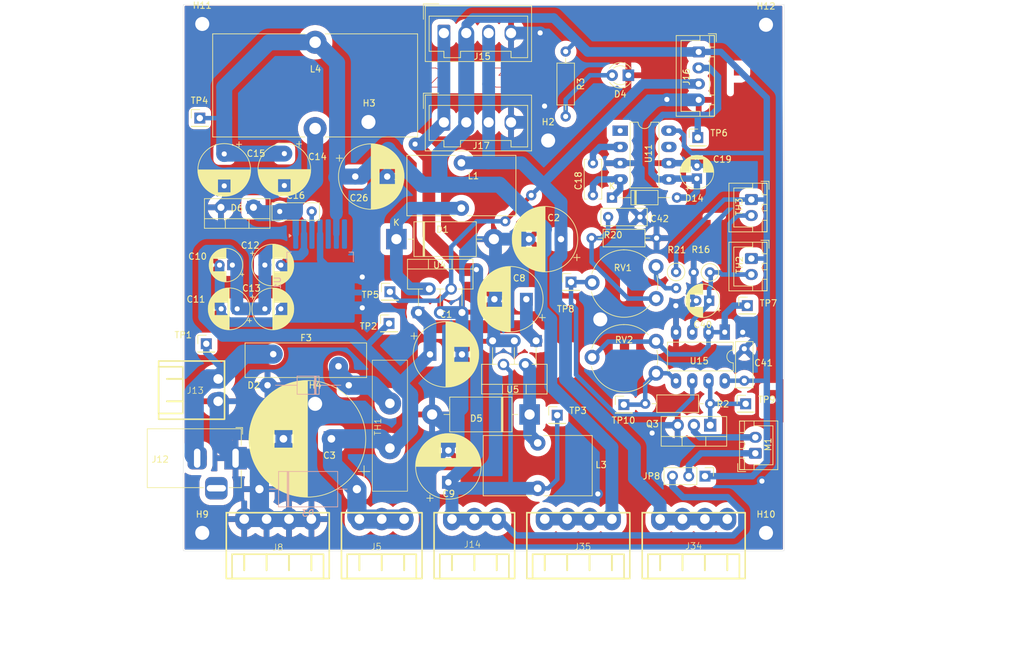
<source format=kicad_pcb>
(kicad_pcb
	(version 20240108)
	(generator "pcbnew")
	(generator_version "8.0")
	(general
		(thickness 1.6)
		(legacy_teardrops no)
	)
	(paper "A4")
	(layers
		(0 "F.Cu" signal)
		(1 "In1.Cu" signal)
		(2 "In2.Cu" signal)
		(31 "B.Cu" signal)
		(32 "B.Adhes" user "B.Adhesive")
		(33 "F.Adhes" user "F.Adhesive")
		(34 "B.Paste" user)
		(35 "F.Paste" user)
		(36 "B.SilkS" user "B.Silkscreen")
		(37 "F.SilkS" user "F.Silkscreen")
		(38 "B.Mask" user)
		(39 "F.Mask" user)
		(40 "Dwgs.User" user "User.Drawings")
		(41 "Cmts.User" user "User.Comments")
		(42 "Eco1.User" user "User.Eco1")
		(43 "Eco2.User" user "User.Eco2")
		(44 "Edge.Cuts" user)
		(45 "Margin" user)
		(46 "B.CrtYd" user "B.Courtyard")
		(47 "F.CrtYd" user "F.Courtyard")
		(48 "B.Fab" user)
		(49 "F.Fab" user)
		(50 "User.1" user)
		(51 "User.2" user)
		(52 "User.3" user)
		(53 "User.4" user)
		(54 "User.5" user)
		(55 "User.6" user)
		(56 "User.7" user)
		(57 "User.8" user)
		(58 "User.9" user)
	)
	(setup
		(stackup
			(layer "F.SilkS"
				(type "Top Silk Screen")
			)
			(layer "F.Paste"
				(type "Top Solder Paste")
			)
			(layer "F.Mask"
				(type "Top Solder Mask")
				(thickness 0.01)
			)
			(layer "F.Cu"
				(type "copper")
				(thickness 0.035)
			)
			(layer "dielectric 1"
				(type "prepreg")
				(thickness 0.1)
				(material "FR4")
				(epsilon_r 4.5)
				(loss_tangent 0.02)
			)
			(layer "In1.Cu"
				(type "copper")
				(thickness 0.035)
			)
			(layer "dielectric 2"
				(type "core")
				(thickness 1.24)
				(material "FR4")
				(epsilon_r 4.5)
				(loss_tangent 0.02)
			)
			(layer "In2.Cu"
				(type "copper")
				(thickness 0.035)
			)
			(layer "dielectric 3"
				(type "prepreg")
				(thickness 0.1)
				(material "FR4")
				(epsilon_r 4.5)
				(loss_tangent 0.02)
			)
			(layer "B.Cu"
				(type "copper")
				(thickness 0.035)
			)
			(layer "B.Mask"
				(type "Bottom Solder Mask")
				(thickness 0.01)
			)
			(layer "B.Paste"
				(type "Bottom Solder Paste")
			)
			(layer "B.SilkS"
				(type "Bottom Silk Screen")
				(color "Red")
			)
			(copper_finish "None")
			(dielectric_constraints no)
		)
		(pad_to_mask_clearance 0)
		(allow_soldermask_bridges_in_footprints no)
		(pcbplotparams
			(layerselection 0x0001000_fffffff9)
			(plot_on_all_layers_selection 0x0000000_00000000)
			(disableapertmacros no)
			(usegerberextensions no)
			(usegerberattributes no)
			(usegerberadvancedattributes yes)
			(creategerberjobfile no)
			(dashed_line_dash_ratio 12.000000)
			(dashed_line_gap_ratio 3.000000)
			(svgprecision 4)
			(plotframeref no)
			(viasonmask no)
			(mode 1)
			(useauxorigin no)
			(hpglpennumber 1)
			(hpglpenspeed 20)
			(hpglpendiameter 15.000000)
			(pdf_front_fp_property_popups yes)
			(pdf_back_fp_property_popups yes)
			(dxfpolygonmode yes)
			(dxfimperialunits yes)
			(dxfusepcbnewfont yes)
			(psnegative no)
			(psa4output no)
			(plotreference no)
			(plotvalue no)
			(plotfptext no)
			(plotinvisibletext no)
			(sketchpadsonfab no)
			(subtractmaskfromsilk no)
			(outputformat 1)
			(mirror no)
			(drillshape 0)
			(scaleselection 1)
			(outputdirectory "export/")
		)
	)
	(net 0 "")
	(net 1 "+5V")
	(net 2 "+24V filtered")
	(net 3 "GND")
	(net 4 "+3V3")
	(net 5 "+12V")
	(net 6 "Net-(D6-K)")
	(net 7 "Net-(U1-BOOT)")
	(net 8 "Net-(U11-CAP+)")
	(net 9 "Net-(D14-K)")
	(net 10 "-5V")
	(net 11 "Net-(D1-K)")
	(net 12 "Net-(D2-K)")
	(net 13 "Net-(D5-K)")
	(net 14 "+BATT")
	(net 15 "unconnected-(U1-EN-Pad7)")
	(net 16 "unconnected-(U1-NC-Pad5)")
	(net 17 "unconnected-(U11-OSC-Pad7)")
	(net 18 "unconnected-(U11-NC-Pad1)")
	(net 19 "Net-(U15A-+)")
	(net 20 "Net-(C42-Pad2)")
	(net 21 "Net-(JP8-C)")
	(net 22 "Net-(M1--)")
	(net 23 "Net-(Q3-G)")
	(net 24 "Net-(U15B-+)")
	(net 25 "Net-(R21-Pad2)")
	(net 26 "Net-(U15B--)")
	(net 27 "Net-(U15A--)")
	(net 28 "Net-(D4-A)")
	(footprint "Capacitor_THT:CP_Radial_D10.0mm_P5.00mm" (layer "F.Cu") (at 129.286 109.061993 90))
	(footprint "Capacitor_THT:CP_Radial_D10.0mm_P5.00mm" (layer "F.Cu") (at 126.410323 89.040962))
	(footprint "Diode_THT:D_DO-201AD_P15.24mm_Horizontal" (layer "F.Cu") (at 141.986 98.438962 180))
	(footprint "Potentiometer_THT:Potentiometer_Piher_PT-10-V10_Vertical" (layer "F.Cu") (at 161.757499 75.306462 180))
	(footprint "Connector_JST:JST_XH_B2B-XH-A_1x02_P2.50mm_Vertical" (layer "F.Cu") (at 177.275 104.514962 90))
	(footprint "Connector_PinHeader_2.54mm:PinHeader_1x01_P2.54mm_Vertical" (layer "F.Cu") (at 90.424 52.07))
	(footprint "Potentiometer_THT:Potentiometer_Piher_PT-10-V10_Vertical" (layer "F.Cu") (at 161.757499 86.990462 180))
	(footprint "Capacitor_THT:C_Disc_D6.0mm_W2.5mm_P5.00mm" (layer "F.Cu") (at 151.892 59.123888 -90))
	(footprint "Package_TO_SOT_THT:TO-220-5_P3.4x3.7mm_StaggerOdd_Lead3.8mm_Vertical" (layer "F.Cu") (at 124.616 82.489962))
	(footprint "Resistor_THT:R_Axial_DIN0207_L6.3mm_D2.5mm_P2.54mm_Vertical" (layer "F.Cu") (at 170.18 76.2 180))
	(footprint "Package_TO_SOT_THT:TO-220-3_Vertical" (layer "F.Cu") (at 170.219499 100.125462 180))
	(footprint "Connector_PinHeader_2.54mm:PinHeader_1x01_P2.54mm_Vertical" (layer "F.Cu") (at 176.022 81.407))
	(footprint "Capacitor_THT:CP_Radial_D6.3mm_P2.50mm" (layer "F.Cu") (at 100.592664 75.064811))
	(footprint "custom-footprints1:MountingHole_2.2mm_NPTH-with-pad" (layer "F.Cu") (at 178.943 37.465))
	(footprint "Package_DIP:DIP-8_W7.62mm_LongPads" (layer "F.Cu") (at 172.495499 85.561462 -90))
	(footprint "Resistor_THT:R_Axial_DIN0207_L6.3mm_D2.5mm_P10.16mm_Horizontal" (layer "F.Cu") (at 147.6248 41.656 -90))
	(footprint "custom-footprints1:MountingHole_2.2mm_NPTH-with-pad" (layer "F.Cu") (at 90.805 116.967))
	(footprint "custom-footprints1:WAGO 734-164 Print-Stiftleiste, Mini, RM 3,5, gewinkelt, 4-polig" (layer "F.Cu") (at 97.366 114.808))
	(footprint "Connector_PinHeader_2.54mm:PinHeader_1x01_P2.54mm_Vertical" (layer "F.Cu") (at 91.44 87.376))
	(footprint "Capacitor_THT:CP_Radial_D18.0mm_P7.50mm"
		(layer "F.Cu")
		(uuid "3e12b180-088b-46cd-b5c6-9617c716b1a6")
		(at 110.998 102.248962 180)
		(descr "CP, Radial series, Radial, pin pitch=7.50mm, , diameter=18mm, Electrolytic Capacitor")
		(tags "CP Radial series Radial pin pitch 7.50mm  diameter 18mm Electrolytic Capacitor")
		(property "Reference" "C3"
			(at 0.3048 -2.602238 0)
			(layer "F.SilkS")
			(uuid "c0dbac4b-d18d-44e0-abe6-6b3f876fe509")
			(effects
				(font
					(size 1 1)
					(thickness 0.15)
				)
			)
		)
		(property "Value" "2200uf"
			(at -0.6096 2.579362 0)
			(layer "F.Fab")
			(uuid "1f7d7bb5-f802-471e-8ae7-4e1a80563b95")
			(effects
				(font
					(size 1 1)
					(thickness 0.15)
				)
			)
		)
		(property "Footprint" "Capacitor_THT:CP_Radial_D18.0mm_P7.50mm"
			(at 0 0 180)
			(unlocked yes)
			(layer "F.Fab")
			(hide yes)
			(uuid "cd037e7c-88f5-4614-9539-47ece2e39e2f")
			(effects
				(font
					(size 1.27 1.27)
					(thickness 0.15)
				)
			)
		)
		(property "Datasheet" "https://www.reichelt.com/be/en/shop/product/elko_2200_f_35_v_105_c-166415"
			(at 0 0 180)
			(unlocked yes)
			(layer "F.Fab")
			(hide yes)
			(uuid "09c9c45c-cd56-4403-bd81-cc88382ef4e9")
			(effects
				(font
					(size 1.27 1.27)
					(thickness 0.15)
				)
			)
		)
		(property "Description" "Polarized capacitor"
			(at 0 0 180)
			(unlocked yes)
			(layer "F.Fab")
			(hide yes)
			(uuid "114210ba-bd57-4105-96f8-5187314aacb0")
			(effects
				(font
					(size 1.27 1.27)
					(thickness 0.15)
				)
			)
		)
		(property ki_fp_filters "CP_*")
		(path "/16680157-dcc5-42d4-8ccc-a59b4c4006fd")
		(sheetname "Root")
		(sheetfile "power-supply-board_v1.0.kicad_sch")
		(attr through_hole)
		(fp_line
			(start 12.87 -0.04)
			(end 12.87 0.04)
			(stroke
				(width 0.12)
				(type solid)
			)
			(layer "F.SilkS")
			(uuid "87732204-ffd3-4010-92fe-e84d597261db")
		)
		(fp_line
			(start 12.83 -0.814)
			(end 12.83 0.814)
			(stroke
				(width 0.12)
				(type solid)
			)
			(layer "F.SilkS")
			(uuid "18f893c9-7fff-4554-a0a6-9513f8452e28")
		)
		(fp_line
			(start 12.79 -1.166)
			(end 12.79 1.166)
			(stroke
				(width 0.12)
				(type solid)
			)
			(layer "F.SilkS")
			(uuid "2b52467b-0cfb-4412-b0ac-068e45849888")
		)
		(fp_line
			(start 12.75 -1.435)
			(end 12.75 1.435)
			(stroke
				(width 0.12)
				(type solid)
			)
			(layer "F.SilkS")
			(uuid "34e20984-e432-4254-860c-82b93de5475e")
		)
		(fp_line
			(start 12.71 -1.661)
			(end 12.71 1.661)
			(stroke
				(width 0.12)
				(type solid)
			)
			(layer "F.SilkS")
			(uuid "9e5473ed-98ba-43aa-9d6a-8eaabc33a9dc")
		)
		(fp_line
			(start 12.67 -1.86)
			(end 12.67 1.86)
			(stroke
				(width 0.12)
				(type solid)
			)
			(layer "F.SilkS")
			(uuid "08c8f39a-99ff-4afd-b845-1d83a6340213")
		)
		(fp_line
			(start 12.63 -2.039)
			(end 12.63 2.039)
			(stroke
				(width 0.12)
				(type solid)
			)
			(layer "F.SilkS")
			(uuid "d5eaf986-9534-4524-ad49-665dbecfec0f")
		)
		(fp_line
			(start 12.59 -2.203)
			(end 12.59 2.203)
			(stroke
				(width 0.12)
				(type solid)
			)
			(layer "F.SilkS")
			(uuid "5cf0b090-f6b4-43c7-a6ce-0f71cd8210ee")
		)
		(fp_line
			(start 12.55 -2.355)
			(end 12.55 2.355)
			(stroke
				(width 0.12)
				(type solid)
			)
			(layer "F.SilkS")
			(uuid "8e66bac3-0b2f-40ec-8c73-97c7d6b2f138")
		)
		(fp_line
			(start 12.51 -2.498)
			(end 12.51 2.498)
			(stroke
				(width 0.12)
				(type solid)
			)
			(layer "F.SilkS")
			(uuid "66bbea31-836a-4c65-9a2d-0d3a29f8dc12")
		)
		(fp_line
			(start 12.47 -2.632)
			(end 12.47 2.632)
			(stroke
				(width 0.12)
				(type solid)
			)
			(layer "F.SilkS")
			(uuid "633c10e5-f6ae-42eb-b5a5-18a2e88ec3af")
		)
		(fp_line
			(start 12.43 -2.759)
			(end 12.43 2.759)
			(stroke
				(width 0.12)
				(type solid)
			)
			(layer "F.SilkS")
			(uuid "5c14d289-cf82-40f2-ae41-fa734da4dc2a")
		)
		(fp_line
			(start 12.39 -2.88)
			(end 12.39 2.88)
			(stroke
				(width 0.12)
				(type solid)
			)
			(layer "F.SilkS")
			(uuid "92d777da-31b2-4188-88bd-b48da7e6abd8")
		)
		(fp_line
			(start 12.35 -2.996)
			(end 12.35 2.996)
			(stroke
				(width 0.12)
				(type solid)
			)
			(layer "F.SilkS")
			(uuid "107af9bb-841b-4c31-9fac-3060a5bfa1b6")
		)
		(fp_line
			(start 12.31 -3.107)
			(end 12.31 3.107)
			(stroke
				(width 0.12)
				(type solid)
			)
			(layer "F.SilkS")
			(uuid "9396642f-f979-4d78-bd91-7a436359d103")
		)
		(fp_line
			(start 12.27 -3.214)
			(end 12.27 3.214)
			(stroke
				(width 0.12)
				(type solid)
			)
			(layer "F.SilkS")
			(uuid "7a28f269-c130-4a30-a607-7c6287357369")
		)
		(fp_line
			(start 12.23 -3.317)
			(end 12.23 3.317)
			(stroke
				(width 0.12)
				(type solid)
			)
			(layer "F.SilkS")
			(uuid "156f2bc4-880c-4c21-8655-9d32c230dad4")
		)
		(fp_line
			(start 12.19 -3.416)
			(end 12.19 3.416)
			(stroke
				(width 0.12)
				(type solid)
			)
			(layer "F.SilkS")
			(uuid "63c8fd17-e6c3-478f-ad62-b0bb53559406")
		)
		(fp_line
			(start 12.15 -3.512)
			(end 12.15 3.512)
			(stroke
				(width 0.12)
				(type solid)
			)
			(layer "F.SilkS")
			(uuid "639c7f9b-f812-46a4-b756-7753f6943a6f")
		)
		(fp_line
			(start 12.11 -3.605)
			(end 12.11 3.605)
			(stroke
				(width 0.12)
				(type solid)
			)
			(layer "F.SilkS")
			(uuid "134d240f-7cb0-4052-9ccf-efb724369b7f")
		)
		(fp_line
			(start 12.07 -3.696)
			(end 12.07 3.696)
			(stroke
				(width 0.12)
				(type solid)
			)
			(layer "F.SilkS")
			(uuid "bf388105-023e-4a71-bbdb-3b21c9fcd2cc")
		)
		(fp_line
			(start 12.03 -3.784)
			(end 12.03 3.784)
			(stroke
				(width 0.12)
				(type solid)
			)
			(layer "F.SilkS")
			(uuid "49aa2ba0-ba19-4ea1-a70a-173a6f627315")
		)
		(fp_line
			(start 11.99 -3.869)
			(end 11.99 3.869)
			(stroke
				(width 0.12)
				(type solid)
			)
			(layer "F.SilkS")
			(uuid "679bfa39-c021-436e-b2f6-eef91e7a3433")
		)
		(fp_line
			(start 11.95 -3.952)
			(end 11.95 3.952)
			(stroke
				(width 0.12)
				(type solid)
			)
			(layer "F.SilkS")
			(uuid "f874119e-1338-4beb-b6c9-42b4db275c1b")
		)
		(fp_line
			(start 11.911 -4.033)
			(end 11.911 4.033)
			(stroke
				(width 0.12)
				(type solid)
			)
			(layer "F.SilkS")
			(uuid "009a31cf-7161-4030-9ee2-4ee6c8662a63")
		)
		(fp_line
			(start 11.871 -4.113)
			(end 11.871 4.113)
			(stroke
				(width 0.12)
				(type solid)
			)
			(layer "F.SilkS")
			(uuid "68b92ccc-7298-4ad5-a9de-6f696f4ebe2e")
		)
		(fp_line
			(start 11.831 -4.19)
			(end 11.831 4.19)
			(stroke
				(width 0.12)
				(type solid)
			)
			(layer "F.SilkS")
			(uuid "b62a9674-bd46-40fc-859a-9a51e479b097")
		)
		(fp_line
			(start 11.791 -4.265)
			(end 11.791 4.265)
			(stroke
				(width 0.12)
				(type solid)
			)
			(layer "F.SilkS")
			(uuid "f11c470d-142c-4357-900e-889b10e3b0e2")
		)
		(fp_line
			(start 11.751 -4.339)
			(end 11.751 4.339)
			(stroke
				(width 0.12)
				(type solid)
			)
			(layer "F.SilkS")
			(uuid "79a89223-4ff2-4771-ae1e-e5445b213450")
		)
		(fp_line
			(start 11.711 -4.412)
			(end 11.711 4.412)
			(stroke
				(width 0.12)
				(type solid)
			)
			(layer "F.SilkS")
			(uuid "69c80908-15c1-45f1-963f-161843f95dae")
		)
		(fp_line
			(start 11.671 -4.482)
			(end 11.671 4.482)
			(stroke
				(width 0.12)
				(type solid)
			)
			(layer "F.SilkS")
			(uuid "61eb03dd-9121-4df5-b679-96e9e3201ddb")
		)
		(fp_line
			(start 11.631 -4.552)
			(end 11.631 4.552)
			(stroke
				(width 0.12)
				(type solid)
			)
			(layer "F.SilkS")
			(uuid "85657168-bb18-4c0a-8a63-b4550fb338d3")
		)
		(fp_line
			(start 11.591 -4.62)
			(end 11.591 4.62)
			(stroke
				(width 0.12)
				(type solid)
			)
			(layer "F.SilkS")
			(uuid "d1919cf1-2f90-4aae-9ff8-2b0cf3ae94c7")
		)
		(fp_line
			(start 11.551 -4.686)
			(end 11.551 4.686)
			(stroke
				(width 0.12)
				(type solid)
			)
			(layer "F.SilkS")
			(uuid "1b9f95c8-f1a1-4629-933b-721de8d1b6c5")
		)
		(fp_line
			(start 11.511 -4.752)
			(end 11.511 4.752)
			(stroke
				(width 0.12)
				(type solid)
			)
			(layer "F.SilkS")
			(uuid "993aa706-ff59-43f8-b67b-ed16a60e5af1")
		)
		(fp_line
			(start 11.471 -4.816)
			(end 11.471 4.816)
			(stroke
				(width 0.12)
				(type solid)
			)
			(layer "F.SilkS")
			(uuid "60b6545d-49ea-46d3-ae2b-173dc1fa629f")
		)
		(fp_line
			(start 11.431 -4.879)
			(end 11.431 4.879)
			(stroke
				(width 0.12)
				(type solid)
			)
			(layer "F.SilkS")
			(uuid "facb3d3e-da56-434a-87aa-17d6414bb483")
		)
		(fp_line
			(start 11.391 -4.941)
			(end 11.391 4.941)
			(stroke
				(width 0.12)
				(type solid)
			)
			(layer "F.SilkS")
			(uuid "b89baaeb-06f3-4b71-a51f-ce7608b7262c")
		)
		(fp_line
			(start 11.351 -5.002)
			(end 11.351 5.002)
			(stroke
				(width 0.12)
				(type solid)
			)
			(layer "F.SilkS")
			(uuid "654033ae-c772-46c1-8f60-aa0ddceff74f")
		)
		(fp_line
			(start 11.311 -5.062)
			(end 11.311 5.062)
			(stroke
				(width 0.12)
				(type solid)
			)
			(layer "F.SilkS")
			(uuid "3d8d106b-7617-4f47-894a-2fcf412deb28")
		)
		(fp_line
			(start 11.271 -5.12)
			(end 11.271 5.12)
			(stroke
				(width 0.12)
				(type solid)
			)
			(layer "F.SilkS")
			(uuid "917cfe1d-449c-4d88-9a36-1b6375a11292")
		)
		(fp_line
			(start 11.231 -5.178)
			(end 11.231 5.178)
			(stroke
				(width 0.12)
				(type solid)
			)
			(layer "F.SilkS")
			(uuid "b6ae342f-1414-41ce-9a18-48302253d4b6")
		)
		(fp_line
			(start 11.191 -5.235)
			(end 11.191 5.235)
			(stroke
				(width 0.12)
				(type solid)
			)
			(layer "F.SilkS")
			(uuid "bc8af6b4-79f1-494c-8965-f72d1712ff8d")
		)
		(fp_line
			(start 11.151 -5.291)
			(end 11.151 5.291)
			(stroke
				(width 0.12)
				
... [1172741 chars truncated]
</source>
